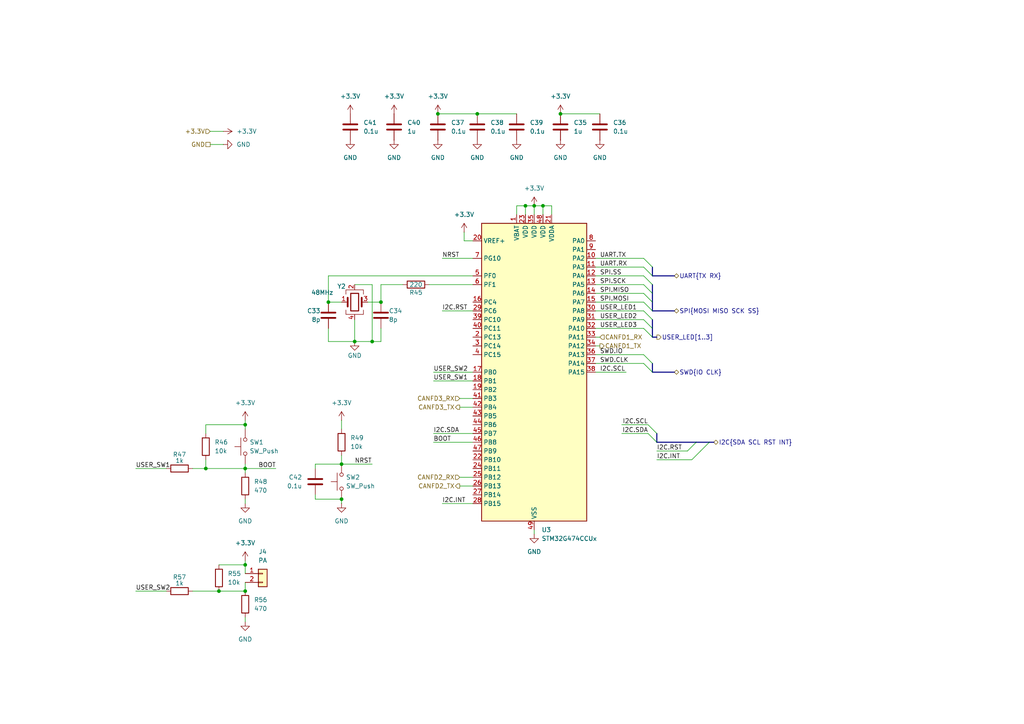
<source format=kicad_sch>
(kicad_sch (version 20250114) (generator "eeschema") (generator_version "9.0")
  (paper "A4")
  (lib_symbols
    (symbol "Connector_Generic:Conn_01x02" (pin_names (offset 1.016) (hide yes))
      (property "Reference" "J" (at 0 2.54 0))
      (property "Value" "Conn_01x02" (at 0 -5.08 0))
      (symbol "Conn_01x02_1_1"
        (rectangle (start -1.27 1.27) (end 1.27 -3.81) (stroke (width 0.254)) (fill (type background)))
        (rectangle (start -1.27 0.127) (end 0 -0.127) (stroke (width 0.1524)))
        (rectangle (start -1.27 -2.413) (end 0 -2.667) (stroke (width 0.1524)))
        (pin passive line (at -5.08 0 0) (length 3.81) (name "Pin_1") (number "1"))
        (pin passive line (at -5.08 -2.54 0) (length 3.81) (name "Pin_2") (number "2"))
      )
    )
    (symbol "Device:C" (pin_numbers (hide yes)) (pin_names (offset 0.254))
      (property "Reference" "C" (at 0.635 2.54 0))
      (property "Value" "C" (at 0.635 -2.54 0))
      (symbol "C_0_1"
        (polyline (pts (xy -2.032 0.762) (xy 2.032 0.762)) (stroke (width 0.508)))
        (polyline (pts (xy -2.032 -0.762) (xy 2.032 -0.762)) (stroke (width 0.508)))
      )
      (symbol "C_1_1"
        (pin passive line (at 0 3.81 270) (length 2.794) (name "~") (number "1"))
        (pin passive line (at 0 -3.81 90) (length 2.794) (name "~") (number "2"))
      )
    )
    (symbol "Device:Crystal_GND24" (pin_names (offset 1.016) (hide yes))
      (property "Reference" "Y" (at 3.175 5.08 0))
      (property "Value" "Crystal_GND24" (at 3.175 3.175 0))
      (symbol "Crystal_GND24_0_1"
        (polyline (pts (xy -2.54 2.286) (xy -2.54 3.556) (xy 2.54 3.556) (xy 2.54 2.286)))
        (polyline (pts (xy -2.54 0) (xy -2.032 0)))
        (polyline (pts (xy -2.54 -2.286) (xy -2.54 -3.556) (xy 2.54 -3.556) (xy 2.54 -2.286)))
        (polyline (pts (xy -2.032 -1.27) (xy -2.032 1.27)) (stroke (width 0.508)))
        (rectangle (start -1.143 2.54) (end 1.143 -2.54) (stroke (width 0.3048)))
        (polyline (pts (xy 0 3.556) (xy 0 3.81)))
        (polyline (pts (xy 0 -3.81) (xy 0 -3.556)))
        (polyline (pts (xy 2.032 0) (xy 2.54 0)))
        (polyline (pts (xy 2.032 -1.27) (xy 2.032 1.27)) (stroke (width 0.508)))
      )
      (symbol "Crystal_GND24_1_1"
        (pin passive line (at -3.81 0 0) (length 1.27) (name "1") (number "1"))
        (pin passive line (at 0 5.08 270) (length 1.27) (name "2") (number "2"))
        (pin passive line (at 0 -5.08 90) (length 1.27) (name "4") (number "4"))
        (pin passive line (at 3.81 0 180) (length 1.27) (name "3") (number "3"))
      )
    )
    (symbol "Device:R" (pin_numbers (hide yes)) (pin_names (offset 0))
      (property "Reference" "R" (at 2.032 0 90))
      (property "Value" "R" (at 0 0 90))
      (symbol "R_0_1"
        (rectangle (start -1.016 -2.54) (end 1.016 2.54) (stroke (width 0.254)))
      )
      (symbol "R_1_1"
        (pin passive line (at 0 3.81 270) (length 1.27) (name "~") (number "1"))
        (pin passive line (at 0 -3.81 90) (length 1.27) (name "~") (number "2"))
      )
    )
    (symbol "MCU_ST_STM32G4:STM32G474CCUx"
      (property "Reference" "U" (at -15.24 44.45 0))
      (property "Value" "STM32G474CCUx" (at 7.62 44.45 0))
      (symbol "STM32G474CCUx_0_1"
        (rectangle (start -15.24 -43.18) (end 15.24 43.18) (stroke (width 0.254)) (fill (type background)))
      )
      (symbol "STM32G474CCUx_1_1"
        (pin input line (at -17.78 38.1 0) (length 2.54) (name "VREF+") (number "20"))
        (pin bidirectional line (at -17.78 33.02 0) (length 2.54) (name "PG10") (number "7"))
        (pin bidirectional line (at -17.78 27.94 0) (length 2.54) (name "PF0") (number "5"))
        (pin bidirectional line (at -17.78 25.4 0) (length 2.54) (name "PF1") (number "6"))
        (pin bidirectional line (at -17.78 20.32 0) (length 2.54) (name "PC4") (number "16"))
        (pin bidirectional line (at -17.78 17.78 0) (length 2.54) (name "PC6") (number "29"))
        (pin bidirectional line (at -17.78 15.24 0) (length 2.54) (name "PC10") (number "39"))
        (pin bidirectional line (at -17.78 12.7 0) (length 2.54) (name "PC11") (number "40"))
        (pin bidirectional line (at -17.78 10.16 0) (length 2.54) (name "PC13") (number "2"))
        (pin bidirectional line (at -17.78 7.62 0) (length 2.54) (name "PC14") (number "3"))
        (pin bidirectional line (at -17.78 5.08 0) (length 2.54) (name "PC15") (number "4"))
        (pin bidirectional line (at -17.78 0 0) (length 2.54) (name "PB0") (number "17"))
        (pin bidirectional line (at -17.78 -2.54 0) (length 2.54) (name "PB1") (number "18"))
        (pin bidirectional line (at -17.78 -5.08 0) (length 2.54) (name "PB2") (number "19"))
        (pin bidirectional line (at -17.78 -7.62 0) (length 2.54) (name "PB3") (number "41"))
        (pin bidirectional line (at -17.78 -10.16 0) (length 2.54) (name "PB4") (number "42"))
        (pin bidirectional line (at -17.78 -12.7 0) (length 2.54) (name "PB5") (number "43"))
        (pin bidirectional line (at -17.78 -15.24 0) (length 2.54) (name "PB6") (number "44"))
        (pin bidirectional line (at -17.78 -17.78 0) (length 2.54) (name "PB7") (number "45"))
        (pin bidirectional line (at -17.78 -20.32 0) (length 2.54) (name "PB8") (number "46"))
        (pin bidirectional line (at -17.78 -22.86 0) (length 2.54) (name "PB9") (number "47"))
        (pin bidirectional line (at -17.78 -25.4 0) (length 2.54) (name "PB10") (number "22"))
        (pin bidirectional line (at -17.78 -27.94 0) (length 2.54) (name "PB11") (number "24"))
        (pin bidirectional line (at -17.78 -30.48 0) (length 2.54) (name "PB12") (number "25"))
        (pin bidirectional line (at -17.78 -33.02 0) (length 2.54) (name "PB13") (number "26"))
        (pin bidirectional line (at -17.78 -35.56 0) (length 2.54) (name "PB14") (number "27"))
        (pin bidirectional line (at -17.78 -38.1 0) (length 2.54) (name "PB15") (number "28"))
        (pin power_in line (at -5.08 45.72 270) (length 2.54) (name "VBAT") (number "1"))
        (pin power_in line (at -2.54 45.72 270) (length 2.54) (name "VDD") (number "23"))
        (pin power_in line (at 0 45.72 270) (length 2.54) (name "VDD") (number "35"))
        (pin power_in line (at 0 -45.72 90) (length 2.54) (name "VSS") (number "49"))
        (pin power_in line (at 2.54 45.72 270) (length 2.54) (name "VDD") (number "48"))
        (pin power_in line (at 5.08 45.72 270) (length 2.54) (name "VDDA") (number "21"))
        (pin bidirectional line (at 17.78 38.1 180) (length 2.54) (name "PA0") (number "8"))
        (pin bidirectional line (at 17.78 35.56 180) (length 2.54) (name "PA1") (number "9"))
        (pin bidirectional line (at 17.78 33.02 180) (length 2.54) (name "PA2") (number "10"))
        (pin bidirectional line (at 17.78 30.48 180) (length 2.54) (name "PA3") (number "11"))
        (pin bidirectional line (at 17.78 27.94 180) (length 2.54) (name "PA4") (number "12"))
        (pin bidirectional line (at 17.78 25.4 180) (length 2.54) (name "PA5") (number "13"))
        (pin bidirectional line (at 17.78 22.86 180) (length 2.54) (name "PA6") (number "14"))
        (pin bidirectional line (at 17.78 20.32 180) (length 2.54) (name "PA7") (number "15"))
        (pin bidirectional line (at 17.78 17.78 180) (length 2.54) (name "PA8") (number "30"))
        (pin bidirectional line (at 17.78 15.24 180) (length 2.54) (name "PA9") (number "31"))
        (pin bidirectional line (at 17.78 12.7 180) (length 2.54) (name "PA10") (number "32"))
        (pin bidirectional line (at 17.78 10.16 180) (length 2.54) (name "PA11") (number "33"))
        (pin bidirectional line (at 17.78 7.62 180) (length 2.54) (name "PA12") (number "34"))
        (pin bidirectional line (at 17.78 5.08 180) (length 2.54) (name "PA13") (number "36"))
        (pin bidirectional line (at 17.78 2.54 180) (length 2.54) (name "PA14") (number "37"))
        (pin bidirectional line (at 17.78 0 180) (length 2.54) (name "PA15") (number "38"))
      )
    )
    (symbol "Switch:SW_Push" (pin_numbers (hide yes)) (pin_names (offset 1.016) (hide yes))
      (property "Reference" "SW" (at 1.27 2.54 0))
      (property "Value" "SW_Push" (at 0 -1.524 0))
      (symbol "SW_Push_0_1"
        (circle (center -2.032 0) (radius 0.508))
        (polyline (pts (xy 0 1.27) (xy 0 3.048)))
        (circle (center 2.032 0) (radius 0.508))
        (polyline (pts (xy 2.54 1.27) (xy -2.54 1.27)))
        (pin passive line (at -5.08 0 0) (length 2.54) (name "1") (number "1"))
        (pin passive line (at 5.08 0 180) (length 2.54) (name "2") (number "2"))
      )
    )
    (symbol "power:+3.3V" (power) (pin_numbers (hide yes)) (pin_names (offset 0) (hide yes))
      (property "Value" "+3.3V" (at 0 3.556 0))
      (symbol "+3.3V_0_1"
        (polyline (pts (xy -0.762 1.27) (xy 0 2.54)))
        (polyline (pts (xy 0 2.54) (xy 0.762 1.27)))
        (polyline (pts (xy 0 0) (xy 0 2.54)))
      )
      (symbol "+3.3V_1_1"
        (pin power_in line (at 0 0 90) (length 0) (name "~") (number "1"))
      )
    )
    (symbol "power:GND" (power) (pin_numbers (hide yes)) (pin_names (offset 0) (hide yes))
      (property "Value" "GND" (at 0 -3.81 0))
      (symbol "GND_0_1"
        (polyline (pts (xy 0 0) (xy 0 -1.27) (xy 1.27 -1.27) (xy 0 -2.54) (xy -1.27 -1.27) (xy 0 -1.27)))
      )
      (symbol "GND_1_1"
        (pin power_in line (at 0 0 270) (length 0) (name "~") (number "1"))
      )
    )
  )
  (junction (at 59.69 135.89))
  (junction (at 99.06 144.78))
  (junction (at 71.12 171.45))
  (junction (at 138.43 33.02))
  (junction (at 63.5 171.45))
  (junction (at 71.12 135.89))
  (junction (at 152.4 59.69))
  (junction (at 107.95 99.06))
  (junction (at 95.25 87.63))
  (junction (at 110.49 87.63))
  (junction (at 157.48 59.69))
  (junction (at 71.12 163.83))
  (junction (at 71.12 123.19))
  (junction (at 99.06 134.62))
  (junction (at 102.87 99.06))
  (junction (at 162.56 33.02))
  (junction (at 154.94 59.69))
  (junction (at 127 33.02))
  (bus_entry (at 203.2 130.81) (size 2.54 -2.54))
  (bus_entry (at 186.69 74.93) (size 2.54 2.54))
  (bus_entry (at 189.23 95.25) (size -2.54 -2.54))
  (bus_entry (at 186.69 105.41) (size 2.54 2.54))
  (bus_entry (at 187.96 123.19) (size 2.54 2.54))
  (bus_entry (at 186.69 77.47) (size 2.54 2.54))
  (bus_entry (at 200.66 133.35) (size 2.54 -2.54))
  (bus_entry (at 186.69 85.09) (size 2.54 2.54))
  (bus_entry (at 199.39 130.81) (size 2.54 -2.54))
  (bus_entry (at 189.23 92.71) (size -2.54 -2.54))
  (bus_entry (at 186.69 80.01) (size 2.54 2.54))
  (bus_entry (at 186.69 82.55) (size 2.54 2.54))
  (bus_entry (at 189.23 97.79) (size -2.54 -2.54))
  (bus_entry (at 186.69 102.87) (size 2.54 2.54))
  (bus_entry (at 187.96 125.73) (size 2.54 2.54))
  (bus_entry (at 186.69 87.63) (size 2.54 2.54))
  (wire (pts (xy 63.5 171.45) (xy 71.12 171.45)))
  (wire (pts (xy 91.44 143.51) (xy 91.44 144.78)))
  (wire (pts (xy 127 33.02) (xy 138.43 33.02)))
  (wire (pts (xy 71.12 135.89) (xy 80.01 135.89)))
  (wire (pts (xy 172.72 80.01) (xy 186.69 80.01)))
  (wire (pts (xy 172.72 97.79) (xy 173.99 97.79)))
  (wire (pts (xy 172.72 100.33) (xy 173.99 100.33)))
  (wire (pts (xy 160.02 59.69) (xy 157.48 59.69)))
  (wire (pts (xy 102.87 99.06) (xy 107.95 99.06)))
  (wire (pts (xy 59.69 123.19) (xy 71.12 123.19)))
  (bus (pts (xy 189.23 92.71) (xy 189.23 95.25)))
  (wire (pts (xy 172.72 87.63) (xy 186.69 87.63)))
  (wire (pts (xy 55.88 135.89) (xy 59.69 135.89)))
  (bus (pts (xy 189.23 82.55) (xy 189.23 85.09)))
  (wire (pts (xy 190.5 133.35) (xy 200.66 133.35)))
  (bus (pts (xy 189.23 87.63) (xy 189.23 90.17)))
  (wire (pts (xy 172.72 74.93) (xy 186.69 74.93)))
  (wire (pts (xy 71.12 135.89) (xy 71.12 137.16)))
  (wire (pts (xy 134.62 69.85) (xy 134.62 67.31)))
  (wire (pts (xy 128.27 146.05) (xy 137.16 146.05)))
  (wire (pts (xy 71.12 134.62) (xy 71.12 135.89)))
  (wire (pts (xy 71.12 168.91) (xy 71.12 171.45)))
  (wire (pts (xy 71.12 123.19) (xy 71.12 124.46)))
  (wire (pts (xy 39.37 135.89) (xy 48.26 135.89)))
  (bus (pts (xy 189.23 90.17) (xy 195.58 90.17)))
  (wire (pts (xy 152.4 59.69) (xy 152.4 62.23)))
  (bus (pts (xy 189.23 105.41) (xy 189.23 107.95)))
  (wire (pts (xy 60.96 41.91) (xy 64.77 41.91)))
  (wire (pts (xy 137.16 69.85) (xy 134.62 69.85)))
  (wire (pts (xy 162.56 33.02) (xy 173.99 33.02)))
  (bus (pts (xy 205.74 128.27) (xy 207.01 128.27)))
  (wire (pts (xy 133.35 115.57) (xy 137.16 115.57)))
  (wire (pts (xy 71.12 179.07) (xy 71.12 180.34)))
  (wire (pts (xy 110.49 82.55) (xy 110.49 87.63)))
  (wire (pts (xy 172.72 82.55) (xy 186.69 82.55)))
  (wire (pts (xy 99.06 121.92) (xy 99.06 124.46)))
  (wire (pts (xy 125.73 128.27) (xy 137.16 128.27)))
  (wire (pts (xy 172.72 107.95) (xy 181.61 107.95)))
  (wire (pts (xy 172.72 95.25) (xy 186.69 95.25)))
  (wire (pts (xy 154.94 59.69) (xy 152.4 59.69)))
  (wire (pts (xy 107.95 99.06) (xy 110.49 99.06)))
  (wire (pts (xy 190.5 130.81) (xy 199.39 130.81)))
  (wire (pts (xy 59.69 135.89) (xy 71.12 135.89)))
  (wire (pts (xy 180.34 123.19) (xy 187.96 123.19)))
  (wire (pts (xy 110.49 95.25) (xy 110.49 99.06)))
  (wire (pts (xy 128.27 74.93) (xy 137.16 74.93)))
  (wire (pts (xy 138.43 33.02) (xy 149.86 33.02)))
  (wire (pts (xy 39.37 171.45) (xy 48.26 171.45)))
  (bus (pts (xy 189.23 95.25) (xy 189.23 97.79)))
  (wire (pts (xy 71.12 144.78) (xy 71.12 146.05)))
  (wire (pts (xy 124.46 82.55) (xy 137.16 82.55)))
  (wire (pts (xy 95.25 80.01) (xy 95.25 87.63)))
  (wire (pts (xy 137.16 80.01) (xy 95.25 80.01)))
  (wire (pts (xy 154.94 59.69) (xy 154.94 62.23)))
  (bus (pts (xy 189.23 77.47) (xy 189.23 80.01)))
  (wire (pts (xy 125.73 107.95) (xy 137.16 107.95)))
  (wire (pts (xy 99.06 134.62) (xy 107.95 134.62)))
  (wire (pts (xy 95.25 95.25) (xy 95.25 99.06)))
  (wire (pts (xy 91.44 135.89) (xy 91.44 134.62)))
  (wire (pts (xy 172.72 102.87) (xy 186.69 102.87)))
  (wire (pts (xy 107.95 82.55) (xy 107.95 99.06)))
  (wire (pts (xy 71.12 163.83) (xy 71.12 166.37)))
  (wire (pts (xy 154.94 153.67) (xy 154.94 154.94)))
  (wire (pts (xy 59.69 133.35) (xy 59.69 135.89)))
  (bus (pts (xy 189.23 107.95) (xy 195.58 107.95)))
  (wire (pts (xy 152.4 59.69) (xy 149.86 59.69)))
  (bus (pts (xy 201.93 128.27) (xy 205.74 128.27)))
  (wire (pts (xy 60.96 38.1) (xy 64.77 38.1)))
  (wire (pts (xy 71.12 121.92) (xy 71.12 123.19)))
  (wire (pts (xy 59.69 125.73) (xy 59.69 123.19)))
  (wire (pts (xy 106.68 87.63) (xy 110.49 87.63)))
  (wire (pts (xy 160.02 62.23) (xy 160.02 59.69)))
  (bus (pts (xy 190.5 125.73) (xy 190.5 128.27)))
  (wire (pts (xy 172.72 90.17) (xy 186.69 90.17)))
  (wire (pts (xy 91.44 144.78) (xy 99.06 144.78)))
  (wire (pts (xy 157.48 59.69) (xy 154.94 59.69)))
  (wire (pts (xy 125.73 125.73) (xy 137.16 125.73)))
  (wire (pts (xy 133.35 118.11) (xy 137.16 118.11)))
  (wire (pts (xy 172.72 105.41) (xy 186.69 105.41)))
  (wire (pts (xy 172.72 92.71) (xy 186.69 92.71)))
  (wire (pts (xy 99.06 132.08) (xy 99.06 134.62)))
  (wire (pts (xy 149.86 59.69) (xy 149.86 62.23)))
  (wire (pts (xy 157.48 59.69) (xy 157.48 62.23)))
  (bus (pts (xy 190.5 97.79) (xy 189.23 97.79)))
  (wire (pts (xy 91.44 134.62) (xy 99.06 134.62)))
  (wire (pts (xy 133.35 138.43) (xy 137.16 138.43)))
  (wire (pts (xy 95.25 87.63) (xy 99.06 87.63)))
  (wire (pts (xy 99.06 144.78) (xy 99.06 146.05)))
  (wire (pts (xy 71.12 162.56) (xy 71.12 163.83)))
  (wire (pts (xy 128.27 90.17) (xy 137.16 90.17)))
  (wire (pts (xy 110.49 82.55) (xy 116.84 82.55)))
  (wire (pts (xy 125.73 110.49) (xy 137.16 110.49)))
  (bus (pts (xy 189.23 85.09) (xy 189.23 87.63)))
  (wire (pts (xy 172.72 85.09) (xy 186.69 85.09)))
  (wire (pts (xy 133.35 140.97) (xy 137.16 140.97)))
  (bus (pts (xy 190.5 128.27) (xy 201.93 128.27)))
  (wire (pts (xy 172.72 77.47) (xy 186.69 77.47)))
  (wire (pts (xy 55.88 171.45) (xy 63.5 171.45)))
  (bus (pts (xy 189.23 80.01) (xy 195.58 80.01)))
  (wire (pts (xy 63.5 163.83) (xy 71.12 163.83)))
  (wire (pts (xy 95.25 99.06) (xy 102.87 99.06)))
  (wire (pts (xy 102.87 82.55) (xy 107.95 82.55)))
  (wire (pts (xy 102.87 99.06) (xy 102.87 92.71)))
  (wire (pts (xy 180.34 125.73) (xy 187.96 125.73)))
  (label "NRST" (at 102.87 134.62 0))
  (label "SWD.IO" (at 173.99 102.87 0))
  (label "UART.TX" (at 173.99 74.93 0))
  (label "BOOT" (at 125.73 128.27 0))
  (label "SPI.MOSI" (at 173.99 87.63 0))
  (label "SWD.CLK" (at 173.99 105.41 0))
  (label "UART.RX" (at 173.99 77.47 0))
  (label "I2C.SDA" (at 125.73 125.73 0))
  (label "USER_SW1" (at 39.37 135.89 0))
  (label "I2C.SCL" (at 187.96 123.19 180))
  (label "USER_SW2" (at 125.73 107.95 0))
  (label "I2C.INT" (at 128.27 146.05 0))
  (label "I2C.SDA" (at 187.96 125.73 180))
  (label "USER_LED1" (at 173.99 90.17 0))
  (label "I2C.INT" (at 190.5 133.35 0))
  (label "NRST" (at 128.27 74.93 0))
  (label "I2C.RST" (at 190.5 130.81 0))
  (label "SPI.MISO" (at 173.99 85.09 0))
  (label "SPI.SS" (at 173.99 80.01 0))
  (label "USER_LED2" (at 173.99 92.71 0))
  (label "I2C.RST" (at 128.27 90.17 0))
  (label "I2C.SCL" (at 173.99 107.95 0))
  (label "BOOT" (at 74.93 135.89 0))
  (label "SPI.SCK" (at 173.99 82.55 0))
  (label "USER_SW1" (at 125.73 110.49 0))
  (label "USER_SW2" (at 39.37 171.45 0))
  (label "USER_LED3" (at 173.99 95.25 0))
  (hierarchical_label "CANFD2_TX" (shape output) (at 133.35 140.97 180))
  (hierarchical_label "UART{TX RX}" (shape bidirectional) (at 195.58 80.01 0))
  (hierarchical_label "+3.3V" (shape input) (at 60.96 38.1 180))
  (hierarchical_label "I2C{SDA SCL RST INT}" (shape bidirectional) (at 207.01 128.27 0))
  (hierarchical_label "CANFD1_TX" (shape output) (at 173.99 100.33 0))
  (hierarchical_label "GND" (shape passive) (at 60.96 41.91 180))
  (hierarchical_label "CANFD3_TX" (shape output) (at 133.35 118.11 180))
  (hierarchical_label "CANFD2_RX" (shape input) (at 133.35 138.43 180))
  (hierarchical_label "USER_LED[1..3]" (shape output) (at 190.5 97.79 0))
  (hierarchical_label "SPI{MOSI MISO SCK SS}" (shape bidirectional) (at 195.58 90.17 0))
  (hierarchical_label "CANFD1_RX" (shape input) (at 173.99 97.79 0))
  (hierarchical_label "SWD{IO CLK}" (shape bidirectional) (at 195.58 107.95 0))
  (hierarchical_label "CANFD3_RX" (shape input) (at 133.35 115.57 180))
  (symbol (lib_id "Connector_Generic:Conn_01x02") (at 76.2 166.37 0) (unit 1)
    (property "Reference" "J4" (at 76.2 160.02 0))
    (property "Value" "PA" (at 76.2 162.56 0))
    (property "Footprint" "mylib:S02B-PASK-2" (effects (hide yes)))
    (property "Description" "Generic connector, single row, 01x02, script generated (kicad-library-utils/schlib/autogen/connector/)" (effects (hide yes)))
  )
  (symbol (lib_id "power:GND") (at 173.99 40.64 0) (unit 1)
    (property "Reference" "#PWR0107" (effects (hide yes)))
    (property "Value" "GND" (at 173.99 45.72 0))
    (property "Description" "Power symbol creates a global label with name \"GND\" , ground" (effects (hide yes)))
  )
  (symbol (lib_id "Device:C") (at 95.25 91.44 0) (unit 1)
    (property "Reference" "C33" (at 92.964 90.17 0) (effects (justify right)))
    (property "Value" "8p" (at 92.964 92.71 0) (effects (justify right)))
    (property "Footprint" "Capacitor_SMD:C_0402_1005Metric" (effects (hide yes)))
    (property "Description" "Unpolarized capacitor" (effects (hide yes)))
  )
  (symbol (lib_id "Switch:SW_Push") (at 99.06 139.7 90) (unit 1)
    (property "Reference" "SW2" (at 100.33 138.4299 90) (effects (justify right)))
    (property "Value" "SW_Push" (at 100.33 140.9699 90) (effects (justify right)))
    (property "Footprint" "mylib:TVAF06-A020B-R" (effects (hide yes)))
    (property "Description" "Push button switch, generic, two pins" (effects (hide yes)))
  )
  (symbol (lib_id "power:GND") (at 99.06 146.05 0) (unit 1)
    (property "Reference" "#PWR0121" (effects (hide yes)))
    (property "Value" "GND" (at 99.06 151.13 0))
    (property "Description" "Power symbol creates a global label with name \"GND\" , ground" (effects (hide yes)))
  )
  (symbol (lib_id "Device:R") (at 52.07 135.89 90) (unit 1)
    (property "Reference" "R47" (at 52.07 131.826 90))
    (property "Value" "1k" (at 52.07 133.604 90))
    (property "Footprint" "Resistor_SMD:R_0402_1005Metric" (effects (hide yes)))
    (property "Description" "Resistor" (effects (hide yes)))
  )
  (symbol (lib_id "power:+3.3V") (at 154.94 59.69 0) (unit 1)
    (property "Reference" "#PWR0115" (effects (hide yes)))
    (property "Value" "+3.3V" (at 154.94 54.61 0))
    (property "Description" "Power symbol creates a global label with name \"+3.3V\"" (effects (hide yes)))
  )
  (symbol (lib_id "power:+3.3V") (at 134.62 67.31 0) (unit 1)
    (property "Reference" "#PWR0118" (effects (hide yes)))
    (property "Value" "+3.3V" (at 134.62 62.23 0))
    (property "Description" "Power symbol creates a global label with name \"+3.3V\"" (effects (hide yes)))
  )
  (symbol (lib_id "Device:R") (at 71.12 175.26 0) (unit 1)
    (property "Reference" "R56" (at 73.66 173.9899 0) (effects (justify left)))
    (property "Value" "470" (at 73.66 176.5299 0) (effects (justify left)))
    (property "Footprint" "Resistor_SMD:R_0402_1005Metric" (effects (hide yes)))
    (property "Description" "Resistor" (effects (hide yes)))
  )
  (symbol (lib_id "power:GND") (at 102.87 99.06 0) (unit 1)
    (property "Reference" "#PWR0105" (effects (hide yes)))
    (property "Value" "GND" (at 102.87 103.124 0))
    (property "Description" "Power symbol creates a global label with name \"GND\" , ground" (effects (hide yes)))
  )
  (symbol (lib_id "Device:R") (at 99.06 128.27 0) (unit 1)
    (property "Reference" "R49" (at 101.6 126.9999 0) (effects (justify left)))
    (property "Value" "10k" (at 101.6 129.5399 0) (effects (justify left)))
    (property "Footprint" "Resistor_SMD:R_0402_1005Metric" (effects (hide yes)))
    (property "Description" "Resistor" (effects (hide yes)))
  )
  (symbol (lib_id "Device:C") (at 149.86 36.83 0) (unit 1)
    (property "Reference" "C39" (at 153.67 35.5599 0) (effects (justify left)))
    (property "Value" "0.1u" (at 153.67 38.0999 0) (effects (justify left)))
    (property "Footprint" "Capacitor_SMD:C_0402_1005Metric" (effects (hide yes)))
    (property "Description" "Unpolarized capacitor" (effects (hide yes)))
  )
  (symbol (lib_id "power:GND") (at 162.56 40.64 0) (unit 1)
    (property "Reference" "#PWR0108" (effects (hide yes)))
    (property "Value" "GND" (at 162.56 45.72 0))
    (property "Description" "Power symbol creates a global label with name \"GND\" , ground" (effects (hide yes)))
  )
  (symbol (lib_id "power:GND") (at 149.86 40.64 0) (unit 1)
    (property "Reference" "#PWR0112" (effects (hide yes)))
    (property "Value" "GND" (at 149.86 45.72 0))
    (property "Description" "Power symbol creates a global label with name \"GND\" , ground" (effects (hide yes)))
  )
  (symbol (lib_id "power:+3.3V") (at 64.77 38.1 270) (unit 1)
    (property "Reference" "#PWR0123" (effects (hide yes)))
    (property "Value" "+3.3V" (at 68.58 38.0999 90) (effects (justify left)))
    (property "Description" "Power symbol creates a global label with name \"+3.3V\"" (effects (hide yes)))
  )
  (symbol (lib_id "Device:C") (at 173.99 36.83 0) (unit 1)
    (property "Reference" "C36" (at 177.8 35.5599 0) (effects (justify left)))
    (property "Value" "0.1u" (at 177.8 38.0999 0) (effects (justify left)))
    (property "Footprint" "Capacitor_SMD:C_0402_1005Metric" (effects (hide yes)))
    (property "Description" "Unpolarized capacitor" (effects (hide yes)))
  )
  (symbol (lib_id "Device:R") (at 120.65 82.55 90) (unit 1)
    (property "Reference" "R45" (at 120.65 84.836 90))
    (property "Value" "220" (at 120.65 82.55 90))
    (property "Footprint" "Resistor_SMD:R_0402_1005Metric" (effects (hide yes)))
    (property "Description" "Resistor" (effects (hide yes)))
  )
  (symbol (lib_id "power:GND") (at 71.12 146.05 0) (unit 1)
    (property "Reference" "#PWR0120" (effects (hide yes)))
    (property "Value" "GND" (at 71.12 151.13 0))
    (property "Description" "Power symbol creates a global label with name \"GND\" , ground" (effects (hide yes)))
  )
  (symbol (lib_id "Switch:SW_Push") (at 71.12 129.54 90) (unit 1)
    (property "Reference" "SW1" (at 72.39 128.2699 90) (effects (justify right)))
    (property "Value" "SW_Push" (at 72.39 130.8099 90) (effects (justify right)))
    (property "Footprint" "mylib:TVAF06-A020B-R" (effects (hide yes)))
    (property "Description" "Push button switch, generic, two pins" (effects (hide yes)))
  )
  (symbol (lib_id "power:GND") (at 101.6 40.64 0) (unit 1)
    (property "Reference" "#PWR0117" (effects (hide yes)))
    (property "Value" "GND" (at 101.6 45.72 0))
    (property "Description" "Power symbol creates a global label with name \"GND\" , ground" (effects (hide yes)))
  )
  (symbol (lib_id "power:GND") (at 154.94 154.94 0) (unit 1)
    (property "Reference" "#PWR0104" (effects (hide yes)))
    (property "Value" "GND" (at 154.94 160.02 0))
    (property "Description" "Power symbol creates a global label with name \"GND\" , ground" (effects (hide yes)))
  )
  (symbol (lib_id "power:GND") (at 64.77 41.91 90) (unit 1)
    (property "Reference" "#PWR0124" (effects (hide yes)))
    (property "Value" "GND" (at 68.58 41.9099 90) (effects (justify right)))
    (property "Description" "Power symbol creates a global label with name \"GND\" , ground" (effects (hide yes)))
  )
  (symbol (lib_id "Device:C") (at 138.43 36.83 0) (unit 1)
    (property "Reference" "C38" (at 142.24 35.5599 0) (effects (justify left)))
    (property "Value" "0.1u" (at 142.24 38.0999 0) (effects (justify left)))
    (property "Footprint" "Capacitor_SMD:C_0402_1005Metric" (effects (hide yes)))
    (property "Description" "Unpolarized capacitor" (effects (hide yes)))
  )
  (symbol (lib_id "Device:R") (at 63.5 167.64 0) (unit 1)
    (property "Reference" "R55" (at 66.04 166.3699 0) (effects (justify left)))
    (property "Value" "10k" (at 66.04 168.9099 0) (effects (justify left)))
    (property "Footprint" "Resistor_SMD:R_0402_1005Metric" (effects (hide yes)))
    (property "Description" "Resistor" (effects (hide yes)))
  )
  (symbol (lib_id "Device:C") (at 127 36.83 0) (unit 1)
    (property "Reference" "C37" (at 130.81 35.5599 0) (effects (justify left)))
    (property "Value" "0.1u" (at 130.81 38.0999 0) (effects (justify left)))
    (property "Footprint" "Capacitor_SMD:C_0402_1005Metric" (effects (hide yes)))
    (property "Description" "Unpolarized capacitor" (effects (hide yes)))
  )
  (symbol (lib_id "power:+3.3V") (at 71.12 121.92 0) (unit 1)
    (property "Reference" "#PWR0119" (effects (hide yes)))
    (property "Value" "+3.3V" (at 71.12 116.84 0))
    (property "Description" "Power symbol creates a global label with name \"+3.3V\"" (effects (hide yes)))
  )
  (symbol (lib_id "MCU_ST_STM32G4:STM32G474CCUx") (at 154.94 107.95 0) (unit 1)
    (property "Reference" "U3" (at 157.0833 153.67 0) (effects (justify left)))
    (property "Value" "STM32G474CCUx" (at 157.0833 156.21 0) (effects (justify left)))
    (property "Footprint" "Package_DFN_QFN:QFN-48-1EP_7x7mm_P0.5mm_EP5.6x5.6mm" (effects (hide yes)))
    (property "Datasheet" "https://www.st.com/resource/en/datasheet/stm32g474cc.pdf" (effects (hide yes)))
    (property "Description" "STMicroelectronics Arm Cortex-M4 MCU, 256KB flash, 128KB RAM, 170 MHz, 1.71-3.6V, 42 GPIO, UFQFPN48" (effects (hide yes)))
  )
  (symbol (lib_id "power:+3.3V") (at 101.6 33.02 0) (unit 1)
    (property "Reference" "#PWR0116" (effects (hide yes)))
    (property "Value" "+3.3V" (at 101.6 27.94 0))
    (property "Description" "Power symbol creates a global label with name \"+3.3V\"" (effects (hide yes)))
  )
  (symbol (lib_id "Device:C") (at 162.56 36.83 0) (unit 1)
    (property "Reference" "C35" (at 166.37 35.5599 0) (effects (justify left)))
    (property "Value" "1u" (at 166.37 38.0999 0) (effects (justify left)))
    (property "Footprint" "Capacitor_SMD:C_0402_1005Metric" (effects (hide yes)))
    (property "Description" "Unpolarized capacitor" (effects (hide yes)))
  )
  (symbol (lib_id "Device:Crystal_GND24") (at 102.87 87.63 0) (unit 1)
    (property "Reference" "Y2" (at 99.06 83.058 0))
    (property "Value" "48MHz" (at 93.472 84.836 0))
    (property "Footprint" "Crystal:Crystal_SMD_SeikoEpson_FA128-4Pin_2.0x1.6mm" (effects (hide yes)))
    (property "Description" "https://www.lcsc.com/product-detail/C42420969.html" (effects (hide yes)))
  )
  (symbol (lib_id "power:GND") (at 138.43 40.64 0) (unit 1)
    (property "Reference" "#PWR0111" (effects (hide yes)))
    (property "Value" "GND" (at 138.43 45.72 0))
    (property "Description" "Power symbol creates a global label with name \"GND\" , ground" (effects (hide yes)))
  )
  (symbol (lib_id "Device:C") (at 110.49 91.44 0) (mirror y) (unit 1)
    (property "Reference" "C34" (at 112.776 90.17 0) (effects (justify right)))
    (property "Value" "8p" (at 112.776 92.71 0) (effects (justify right)))
    (property "Footprint" "Capacitor_SMD:C_0402_1005Metric" (effects (hide yes)))
    (property "Description" "Unpolarized capacitor" (effects (hide yes)))
  )
  (symbol (lib_id "Device:C") (at 91.44 139.7 0) (mirror y) (unit 1)
    (property "Reference" "C42" (at 87.63 138.4299 0) (effects (justify left)))
    (property "Value" "0.1u" (at 87.63 140.9699 0) (effects (justify left)))
    (property "Footprint" "Capacitor_SMD:C_0402_1005Metric" (effects (hide yes)))
    (property "Description" "Unpolarized capacitor" (effects (hide yes)))
  )
  (symbol (lib_id "power:GND") (at 71.12 180.34 0) (unit 1)
    (property "Reference" "#PWR0152" (effects (hide yes)))
    (property "Value" "GND" (at 71.12 185.42 0))
    (property "Description" "Power symbol creates a global label with name \"GND\" , ground" (effects (hide yes)))
  )
  (symbol (lib_id "Device:C") (at 114.3 36.83 0) (unit 1)
    (property "Reference" "C40" (at 118.11 35.5599 0) (effects (justify left)))
    (property "Value" "1u" (at 118.11 38.0999 0) (effects (justify left)))
    (property "Footprint" "Capacitor_SMD:C_0402_1005Metric" (effects (hide yes)))
    (property "Description" "Unpolarized capacitor" (effects (hide yes)))
  )
  (symbol (lib_id "power:GND") (at 114.3 40.64 0) (unit 1)
    (property "Reference" "#PWR0114" (effects (hide yes)))
    (property "Value" "GND" (at 114.3 45.72 0))
    (property "Description" "Power symbol creates a global label with name \"GND\" , ground" (effects (hide yes)))
  )
  (symbol (lib_id "power:+3.3V") (at 114.3 33.02 0) (unit 1)
    (property "Reference" "#PWR0113" (effects (hide yes)))
    (property "Value" "+3.3V" (at 114.3 27.94 0))
    (property "Description" "Power symbol creates a global label with name \"+3.3V\"" (effects (hide yes)))
  )
  (symbol (lib_id "power:+3.3V") (at 162.56 33.02 0) (unit 1)
    (property "Reference" "#PWR0106" (effects (hide yes)))
    (property "Value" "+3.3V" (at 162.56 27.94 0))
    (property "Description" "Power symbol creates a global label with name \"+3.3V\"" (effects (hide yes)))
  )
  (symbol (lib_id "Device:C") (at 101.6 36.83 0) (unit 1)
    (property "Reference" "C41" (at 105.41 35.5599 0) (effects (justify left)))
    (property "Value" "0.1u" (at 105.41 38.0999 0) (effects (justify left)))
    (property "Footprint" "Capacitor_SMD:C_0402_1005Metric" (effects (hide yes)))
    (property "Description" "Unpolarized capacitor" (effects (hide yes)))
  )
  (symbol (lib_id "power:+3.3V") (at 71.12 162.56 0) (unit 1)
    (property "Reference" "#PWR0151" (effects (hide yes)))
    (property "Value" "+3.3V" (at 71.12 157.48 0))
    (property "Description" "Power symbol creates a global label with name \"+3.3V\"" (effects (hide yes)))
  )
  (symbol (lib_id "power:+3.3V") (at 99.06 121.92 0) (unit 1)
    (property "Reference" "#PWR0122" (effects (hide yes)))
    (property "Value" "+3.3V" (at 99.06 116.84 0))
    (property "Description" "Power symbol creates a global label with name \"+3.3V\"" (effects (hide yes)))
  )
  (symbol (lib_id "power:+3.3V") (at 127 33.02 0) (unit 1)
    (property "Reference" "#PWR0110" (effects (hide yes)))
    (property "Value" "+3.3V" (at 127 27.94 0))
    (property "Description" "Power symbol creates a global label with name \"+3.3V\"" (effects (hide yes)))
  )
  (symbol (lib_id "power:GND") (at 127 40.64 0) (unit 1)
    (property "Reference" "#PWR0109" (effects (hide yes)))
    (property "Value" "GND" (at 127 45.72 0))
    (property "Description" "Power symbol creates a global label with name \"GND\" , ground" (effects (hide yes)))
  )
  (symbol (lib_id "Device:R") (at 52.07 171.45 90) (unit 1)
    (property "Reference" "R57" (at 52.07 167.386 90))
    (property "Value" "1k" (at 52.07 169.164 90))
    (property "Footprint" "Resistor_SMD:R_0402_1005Metric" (effects (hide yes)))
    (property "Description" "Resistor" (effects (hide yes)))
  )
  (symbol (lib_id "Device:R") (at 59.69 129.54 0) (unit 1)
    (property "Reference" "R46" (at 62.23 128.2699 0) (effects (justify left)))
    (property "Value" "10k" (at 62.23 130.8099 0) (effects (justify left)))
    (property "Footprint" "Resistor_SMD:R_0402_1005Metric" (effects (hide yes)))
    (property "Description" "Resistor" (effects (hide yes)))
  )
  (symbol (lib_id "Device:R") (at 71.12 140.97 0) (unit 1)
    (property "Reference" "R48" (at 73.66 139.6999 0) (effects (justify left)))
    (property "Value" "470" (at 73.66 142.2399 0) (effects (justify left)))
    (property "Footprint" "Resistor_SMD:R_0402_1005Metric" (effects (hide yes)))
    (property "Description" "Resistor" (effects (hide yes)))
  )
)
</source>
